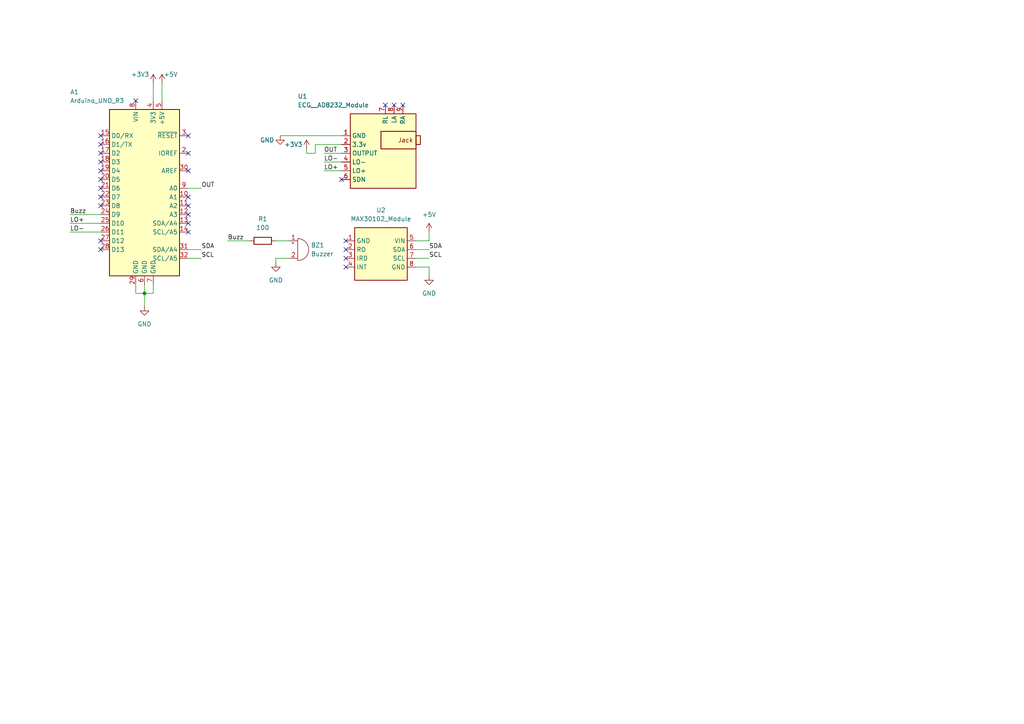
<source format=kicad_sch>
(kicad_sch (version 20211123) (generator eeschema)
  (paper "A4")
  (lib_symbols
    (symbol "Device:Buzzer" (pin_names (offset 0.0254) hide)
      (property "Reference" "BZ" (at 3.81 1.27 0))
      (property "Value" "Buzzer" (at 3.81 -1.27 0))
      (symbol "Buzzer_0_1"
        (arc (start 0 -3.175) (mid 3.175 0) (end 0 3.175))
        (polyline (pts (xy -1.651 1.905) (xy -1.143 1.905)))
        (polyline (pts (xy -1.397 2.159) (xy -1.397 1.651)))
        (polyline (pts (xy 0 3.175) (xy 0 -3.175)))
      )
      (symbol "Buzzer_1_1"
        (pin passive line (at -2.54 2.54 0) (length 2.54) (name "-") (number "1"))
        (pin passive line (at -2.54 -2.54 0) (length 2.54) (name "+") (number "2"))
      )
    )
    (symbol "Device:R" (pin_numbers hide) (pin_names (offset 0))
      (property "Reference" "R" (at 2.032 0 90))
      (property "Value" "R" (at 0 0 90))
      (symbol "R_0_1"
        (rectangle (start -1.016 -2.54) (end 1.016 2.54) (stroke (width 0.254)))
      )
      (symbol "R_1_1"
        (pin passive line (at 0 3.81 270) (length 1.27) (name "~") (number "1"))
        (pin passive line (at 0 -3.81 90) (length 1.27) (name "~") (number "2"))
      )
    )
    (symbol "MCU_Module:Arduino_UNO_R3"
      (property "Reference" "A" (at -10.16 23.495 0))
      (property "Value" "Arduino_UNO_R3" (at 5.08 -26.67 0))
      (symbol "Arduino_UNO_R3_0_1"
        (rectangle (start -10.16 22.86) (end 10.16 -25.4) (stroke (width 0.254)) (fill (type background)))
      )
      (symbol "Arduino_UNO_R3_1_1"
        (pin no_connect line (at -10.16 -20.32 0) (length 2.54) hide (name "NC") (number "1"))
        (pin bidirectional line (at 12.7 -2.54 180) (length 2.54) (name "A1") (number "10"))
        (pin bidirectional line (at 12.7 -5.08 180) (length 2.54) (name "A2") (number "11"))
        (pin bidirectional line (at 12.7 -7.62 180) (length 2.54) (name "A3") (number "12"))
        (pin bidirectional line (at 12.7 -10.16 180) (length 2.54) (name "SDA/A4") (number "13"))
        (pin bidirectional line (at 12.7 -12.7 180) (length 2.54) (name "SCL/A5") (number "14"))
        (pin bidirectional line (at -12.7 15.24 0) (length 2.54) (name "D0/RX") (number "15"))
        (pin bidirectional line (at -12.7 12.7 0) (length 2.54) (name "D1/TX") (number "16"))
        (pin bidirectional line (at -12.7 10.16 0) (length 2.54) (name "D2") (number "17"))
        (pin bidirectional line (at -12.7 7.62 0) (length 2.54) (name "D3") (number "18"))
        (pin bidirectional line (at -12.7 5.08 0) (length 2.54) (name "D4") (number "19"))
        (pin output line (at 12.7 10.16 180) (length 2.54) (name "IOREF") (number "2"))
        (pin bidirectional line (at -12.7 2.54 0) (length 2.54) (name "D5") (number "20"))
        (pin bidirectional line (at -12.7 0 0) (length 2.54) (name "D6") (number "21"))
        (pin bidirectional line (at -12.7 -2.54 0) (length 2.54) (name "D7") (number "22"))
        (pin bidirectional line (at -12.7 -5.08 0) (length 2.54) (name "D8") (number "23"))
        (pin bidirectional line (at -12.7 -7.62 0) (length 2.54) (name "D9") (number "24"))
        (pin bidirectional line (at -12.7 -10.16 0) (length 2.54) (name "D10") (number "25"))
        (pin bidirectional line (at -12.7 -12.7 0) (length 2.54) (name "D11") (number "26"))
        (pin bidirectional line (at -12.7 -15.24 0) (length 2.54) (name "D12") (number "27"))
        (pin bidirectional line (at -12.7 -17.78 0) (length 2.54) (name "D13") (number "28"))
        (pin power_in line (at -2.54 -27.94 90) (length 2.54) (name "GND") (number "29"))
        (pin input line (at 12.7 15.24 180) (length 2.54) (name "~{RESET}") (number "3"))
        (pin input line (at 12.7 5.08 180) (length 2.54) (name "AREF") (number "30"))
        (pin bidirectional line (at 12.7 -17.78 180) (length 2.54) (name "SDA/A4") (number "31"))
        (pin bidirectional line (at 12.7 -20.32 180) (length 2.54) (name "SCL/A5") (number "32"))
        (pin power_out line (at 2.54 25.4 270) (length 2.54) (name "3V3") (number "4"))
        (pin power_out line (at 5.08 25.4 270) (length 2.54) (name "+5V") (number "5"))
        (pin power_in line (at 0 -27.94 90) (length 2.54) (name "GND") (number "6"))
        (pin power_in line (at 2.54 -27.94 90) (length 2.54) (name "GND") (number "7"))
        (pin power_in line (at -2.54 25.4 270) (length 2.54) (name "VIN") (number "8"))
        (pin bidirectional line (at 12.7 0 180) (length 2.54) (name "A0") (number "9"))
      )
    )
    (symbol "New_Library:ECG__AD8232_Module"
      (property "Reference" "U" (at -8.89 11.43 0))
      (property "Value" "ECG__AD8232_Module" (at 0 -13.97 0))
      (symbol "ECG__AD8232_Module_0_0"
        (text "Jack " (at 6.35 2.54 0) (effects (font (size 1.27 1.27))))
      )
      (symbol "ECG__AD8232_Module_0_1"
        (rectangle (start -10.16 10.16) (end 8.89 -11.43) (stroke (width 0.254)) (fill (type background)))
        (rectangle (start -1.27 5.08) (end 8.89 0) (stroke (width 0.254)))
        (rectangle (start 8.89 3.81) (end 10.16 1.27) (stroke (width 0.254)) (fill (type background)))
      )
      (symbol "ECG__AD8232_Module_1_1"
        (pin power_in line (at -12.7 3.81 0) (length 2.54) (name "GND") (number "1"))
        (pin power_in line (at -12.7 1.27 0) (length 2.54) (name "3.3v") (number "2"))
        (pin output line (at -12.7 -1.27 0) (length 2.54) (name "OUTPUT") (number "3"))
        (pin bidirectional line (at -12.7 -3.81 0) (length 2.54) (name "LO-") (number "4"))
        (pin bidirectional line (at -12.7 -6.35 0) (length 2.54) (name "LO+") (number "5"))
        (pin bidirectional line (at -12.7 -8.89 0) (length 2.54) (name "SDN") (number "6"))
        (pin input line (at 0 12.7 270) (length 2.54) (name "RL") (number "7"))
        (pin input line (at 2.54 12.7 270) (length 2.54) (name "LA") (number "8"))
        (pin input line (at 5.08 12.7 270) (length 2.54) (name "RA") (number "9"))
      )
    )
    (symbol "New_Library:MAX30102_Module"
      (property "Reference" "U" (at -11.43 8.89 0))
      (property "Value" "MAX30102_Module" (at -3.81 6.35 0))
      (symbol "MAX30102_Module_0_1"
        (rectangle (start -12.7 5.08) (end 2.54 -10.16) (stroke (width 0.254)) (fill (type background)))
      )
      (symbol "MAX30102_Module_1_1"
        (pin power_in line (at -15.24 1.27 0) (length 2.54) (name "GND") (number "1"))
        (pin bidirectional line (at -15.24 -1.27 0) (length 2.54) (name "RO") (number "2"))
        (pin bidirectional line (at -15.24 -3.81 0) (length 2.54) (name "IRD") (number "3"))
        (pin bidirectional line (at -15.24 -6.35 0) (length 2.54) (name "INT") (number "4"))
        (pin power_in line (at 5.08 1.27 180) (length 2.54) (name "VIN") (number "5"))
        (pin bidirectional line (at 5.08 -1.27 180) (length 2.54) (name "SDA") (number "6"))
        (pin bidirectional line (at 5.08 -3.81 180) (length 2.54) (name "SCL") (number "7"))
        (pin power_in line (at 5.08 -6.35 180) (length 2.54) (name "GND") (number "8"))
      )
    )
    (symbol "power:+3V3" (power) (pin_names (offset 0))
      (property "Value" "+3V3" (at 0 3.556 0))
      (symbol "+3V3_0_1"
        (polyline (pts (xy -0.762 1.27) (xy 0 2.54)))
        (polyline (pts (xy 0 0) (xy 0 2.54)))
        (polyline (pts (xy 0 2.54) (xy 0.762 1.27)))
      )
      (symbol "+3V3_1_1"
        (pin power_in line (at 0 0 90) (length 0) hide (name "+3V3") (number "1"))
      )
    )
    (symbol "power:+5V" (power) (pin_names (offset 0))
      (property "Value" "+5V" (at 0 3.556 0))
      (symbol "+5V_0_1"
        (polyline (pts (xy -0.762 1.27) (xy 0 2.54)))
        (polyline (pts (xy 0 0) (xy 0 2.54)))
        (polyline (pts (xy 0 2.54) (xy 0.762 1.27)))
      )
      (symbol "+5V_1_1"
        (pin power_in line (at 0 0 90) (length 0) hide (name "+5V") (number "1"))
      )
    )
    (symbol "power:GND" (power) (pin_names (offset 0))
      (property "Value" "GND" (at 0 -3.81 0))
      (symbol "GND_0_1"
        (polyline (pts (xy 0 0) (xy 0 -1.27) (xy 1.27 -1.27) (xy 0 -2.54) (xy -1.27 -1.27) (xy 0 -1.27)))
      )
      (symbol "GND_1_1"
        (pin power_in line (at 0 0 270) (length 0) hide (name "GND") (number "1"))
      )
    )
  )
  (junction (at 41.91 85.09))
  (no_connect (at 111.76 30.48))
  (no_connect (at 29.21 72.39))
  (no_connect (at 54.61 49.53))
  (no_connect (at 54.61 59.69))
  (no_connect (at 116.84 30.48))
  (no_connect (at 29.21 39.37))
  (no_connect (at 29.21 54.61))
  (no_connect (at 29.21 44.45))
  (no_connect (at 114.3 30.48))
  (no_connect (at 29.21 46.99))
  (no_connect (at 54.61 44.45))
  (no_connect (at 29.21 49.53))
  (no_connect (at 39.37 29.21))
  (no_connect (at 54.61 64.77))
  (no_connect (at 54.61 39.37))
  (no_connect (at 100.33 77.47))
  (no_connect (at 29.21 57.15))
  (no_connect (at 100.33 74.93))
  (no_connect (at 29.21 59.69))
  (no_connect (at 100.33 72.39))
  (no_connect (at 29.21 41.91))
  (no_connect (at 54.61 57.15))
  (no_connect (at 54.61 67.31))
  (no_connect (at 99.06 52.07))
  (no_connect (at 54.61 62.23))
  (no_connect (at 29.21 52.07))
  (no_connect (at 100.33 69.85))
  (no_connect (at 29.21 69.85))
  (wire (pts (xy 93.98 46.99) (xy 99.06 46.99)))
  (wire (pts (xy 120.65 72.39) (xy 124.46 72.39)))
  (wire (pts (xy 120.65 69.85) (xy 124.46 69.85)))
  (wire (pts (xy 54.61 54.61) (xy 58.42 54.61)))
  (wire (pts (xy 46.99 24.13) (xy 46.99 29.21)))
  (wire (pts (xy 54.61 72.39) (xy 58.42 72.39)))
  (wire (pts (xy 93.98 49.53) (xy 99.06 49.53)))
  (wire (pts (xy 80.01 74.93) (xy 80.01 76.2)))
  (wire (pts (xy 88.9 44.45) (xy 91.44 44.45)))
  (wire (pts (xy 41.91 82.55) (xy 41.91 85.09)))
  (wire (pts (xy 81.28 39.37) (xy 99.06 39.37)))
  (wire (pts (xy 124.46 77.47) (xy 124.46 80.01)))
  (wire (pts (xy 83.82 74.93) (xy 80.01 74.93)))
  (wire (pts (xy 20.32 62.23) (xy 29.21 62.23)))
  (wire (pts (xy 39.37 82.55) (xy 39.37 85.09)))
  (wire (pts (xy 41.91 85.09) (xy 44.45 85.09)))
  (wire (pts (xy 120.65 74.93) (xy 124.46 74.93)))
  (wire (pts (xy 120.65 77.47) (xy 124.46 77.47)))
  (wire (pts (xy 66.04 69.85) (xy 72.39 69.85)))
  (wire (pts (xy 41.91 85.09) (xy 41.91 88.9)))
  (wire (pts (xy 91.44 41.91) (xy 99.06 41.91)))
  (wire (pts (xy 124.46 67.31) (xy 124.46 69.85)))
  (wire (pts (xy 44.45 85.09) (xy 44.45 82.55)))
  (wire (pts (xy 80.01 69.85) (xy 83.82 69.85)))
  (wire (pts (xy 20.32 64.77) (xy 29.21 64.77)))
  (wire (pts (xy 39.37 85.09) (xy 41.91 85.09)))
  (wire (pts (xy 44.45 24.13) (xy 44.45 29.21)))
  (wire (pts (xy 93.98 44.45) (xy 99.06 44.45)))
  (wire (pts (xy 20.32 67.31) (xy 29.21 67.31)))
  (wire (pts (xy 88.9 43.18) (xy 88.9 44.45)))
  (wire (pts (xy 91.44 44.45) (xy 91.44 41.91)))
  (wire (pts (xy 54.61 74.93) (xy 58.42 74.93)))
  (label "SDA" (at 58.42 72.39 0))
  (label "LO-" (at 20.32 67.31 0))
  (label "Buzz" (at 66.04 69.85 0))
  (label "OUT" (at 58.42 54.61 0))
  (label "SCL" (at 58.42 74.93 0))
  (label "Buzz" (at 20.32 62.23 0))
  (label "SDA" (at 124.46 72.39 0))
  (label "SCL" (at 124.46 74.93 0))
  (label "LO+" (at 93.98 49.53 0))
  (label "OUT" (at 93.98 44.45 0))
  (label "LO-" (at 93.98 46.99 0))
  (label "LO+" (at 20.32 64.77 0))
  (symbol (lib_id "Device:Buzzer") (at 86.36 72.39 0) (unit 1)
    (property "Reference" "BZ1" (at 90.17 71.1199 0) (effects (justify left)))
    (property "Value" "Buzzer" (at 90.17 73.6599 0) (effects (justify left)))
  )
  (symbol (lib_id "power:+3V3") (at 88.9 43.18 0) (unit 1)
    (property "Reference" "#PWR06" (effects hide))
    (property "Value" "+3V3" (at 85.09 41.91 0))
  )
  (symbol (lib_id "power:GND") (at 81.28 39.37 0) (unit 1)
    (property "Reference" "#PWR05" (effects hide))
    (property "Value" "GND" (at 77.47 40.64 0))
  )
  (symbol (lib_id "power:+5V") (at 46.99 24.13 0) (unit 1)
    (property "Reference" "#PWR03" (effects hide))
    (property "Value" "+5V" (at 49.53 21.59 0))
  )
  (symbol (lib_id "New_Library:MAX30102_Module") (at 115.57 71.12 0) (unit 1)
    (property "Reference" "U2" (at 110.49 60.96 0))
    (property "Value" "MAX30102_Module" (at 110.49 63.5 0))
  )
  (symbol (lib_id "power:+5V") (at 124.46 67.31 0) (unit 1)
    (property "Reference" "#PWR07" (effects hide))
    (property "Value" "+5V" (at 124.46 62.23 0))
  )
  (symbol (lib_id "Device:R") (at 76.2 69.85 90) (unit 1)
    (property "Reference" "R1" (at 76.2 63.5 90))
    (property "Value" "100" (at 76.2 66.04 90))
  )
  (symbol (lib_id "New_Library:ECG__AD8232_Module") (at 111.76 43.18 0) (unit 1)
    (property "Reference" "U1" (at 86.36 27.94 0) (effects (justify left)))
    (property "Value" "ECG__AD8232_Module" (at 86.36 30.48 0) (effects (justify left)))
  )
  (symbol (lib_id "power:GND") (at 80.01 76.2 0) (unit 1)
    (property "Reference" "#PWR04" (effects hide))
    (property "Value" "GND" (at 80.01 81.28 0))
  )
  (symbol (lib_id "power:+3V3") (at 44.45 24.13 0) (unit 1)
    (property "Reference" "#PWR02" (effects hide))
    (property "Value" "+3V3" (at 40.64 21.59 0))
  )
  (symbol (lib_id "power:GND") (at 124.46 80.01 0) (unit 1)
    (property "Reference" "#PWR08" (effects hide))
    (property "Value" "GND" (at 124.46 85.09 0))
  )
  (symbol (lib_id "MCU_Module:Arduino_UNO_R3") (at 41.91 54.61 0) (unit 1)
    (property "Reference" "A1" (at 20.32 26.67 0) (effects (justify left)))
    (property "Value" "Arduino_UNO_R3" (at 20.32 29.21 0) (effects (justify left)))
    (property "Footprint" "Module:Arduino_UNO_R3" (effects hide))
    (property "Datasheet" "https://www.arduino.cc/en/Main/arduinoBoardUno" (effects hide))
  )
  (symbol (lib_id "power:GND") (at 41.91 88.9 0) (unit 1)
    (property "Reference" "#PWR01" (effects hide))
    (property "Value" "GND" (at 41.91 93.98 0))
  )
)
</source>
